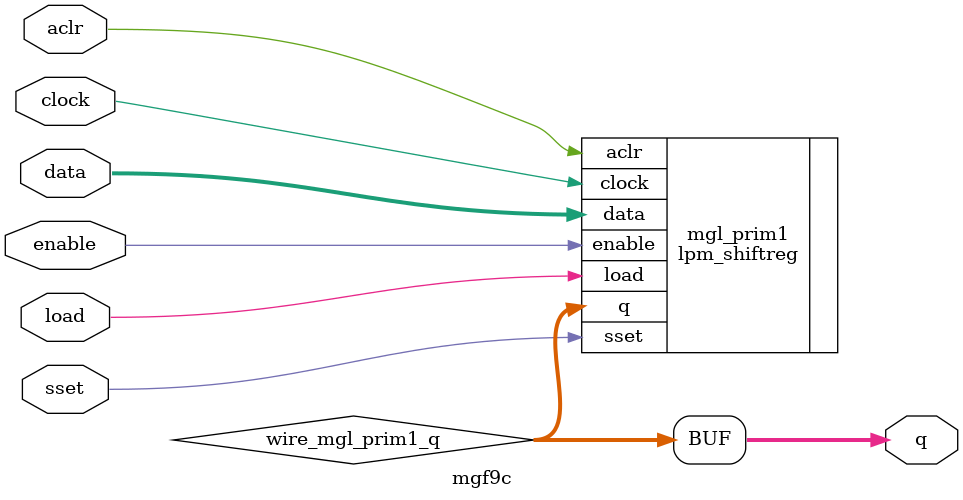
<source format=v>






//synthesis_resources = lpm_shiftreg 1 
//synopsys translate_off
`timescale 1 ps / 1 ps
//synopsys translate_on
module  mgf9c
	( 
	aclr,
	clock,
	data,
	enable,
	load,
	q,
	sset) /* synthesis synthesis_clearbox=1 */;
	input   aclr;
	input   clock;
	input   [7:0]  data;
	input   enable;
	input   load;
	output   [7:0]  q;
	input   sset;

	wire  [7:0]   wire_mgl_prim1_q;

	lpm_shiftreg   mgl_prim1
	( 
	.aclr(aclr),
	.clock(clock),
	.data(data),
	.enable(enable),
	.load(load),
	.q(wire_mgl_prim1_q),
	.sset(sset));
	defparam
		mgl_prim1.lpm_direction = "LEFT",
		mgl_prim1.lpm_type = "LPM_SHIFTREG",
		mgl_prim1.lpm_width = 8;
	assign
		q = wire_mgl_prim1_q;
endmodule //mgf9c
//VALID FILE

</source>
